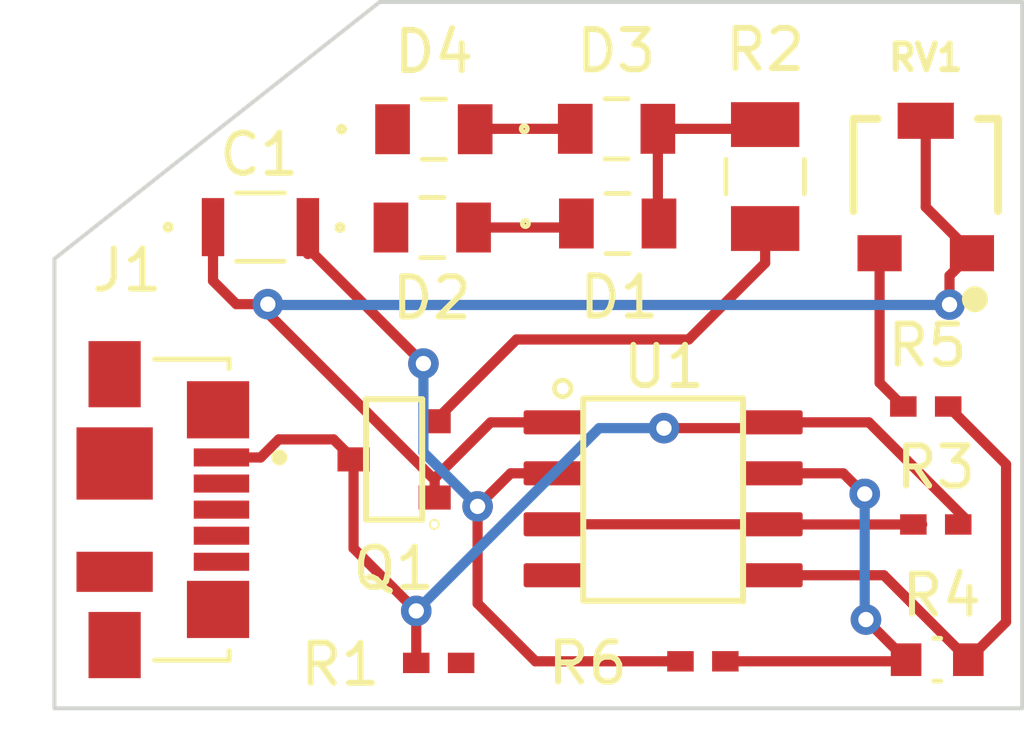
<source format=kicad_pcb>
(kicad_pcb (version 20211014) (generator pcbnew)
  (title_block (title "First_PCB_Design") (date "2022-12-03") (rev "A") (comment 4 "Author: Ethan Santhiyapillai"))
  (layers (0 "F.Cu" signal) (31 "B.Cu" signal) (34 "B.Paste" user) (35 "F.Paste" user) (36 "B.SilkS" user "B.Silkscreen") (37 "F.SilkS" user "F.Silkscreen") (38 "B.Mask" user) (39 "F.Mask" user) (44 "Edge.Cuts" user))
  (net 0 "")
  (net 1 "OutA")
  (net 2 "-INA")
  (net 3 "Net-(D1-Pad1)")
  (net 4 "Net-(D1-Pad2)")
  (net 5 "GND")
  (net 6 "Net-(D3-Pad1)")
  (net 7 "VCC")
  (net 11 "Net-(Q1-Pad2)")
  (net 12 "Net-(R3-Pad2)")
  (net 13 "Net-(R4-Pad1)")
  (net 14 "Net-(R4-Pad2)")
  (net 15 "Net-(R5-Pad2)")
  (footprint "First_PCB_Design_Footprints:RC0603FR-07100KL" (layer "F.Cu") (at 140.7853 143.29)
    (fp_text reference "R4" (at 0.11 -1.6) (layer "F.SilkS"))
    (fp_text value "100k" hide)
    (fp_line (start -0.08615 0.5334) (end 0.08615 0.5334) (layer "F.SilkS") (width 0.12))
    (fp_line (start 0.08615 -0.5334) (end -0.08615 -0.5334) (layer "F.SilkS") (width 0.12))
    (pad "1" smd rect (at -0.7747 0) (size 0.762 0.8128) (layers "F.Cu" "F.Paste" "F.Mask") (net 13 "Net-(R4-Pad1)"))
    (pad "2" smd rect (at 0.7747 0) (size 0.762 0.8128) (layers "F.Cu" "F.Paste" "F.Mask") (net 14 "Net-(R4-Pad2)"))
  )
  (footprint "First_PCB_Design_Footprints:MOLEX_47346-0001" (layer "F.Cu") (at 120.3 139.55 -90)
    (fp_text reference "J1" (at -5.9625 -0.31) (layer "F.SilkS"))
    (fp_text value "USB_B_Micro" hide)
    (fp_line (start -3.75 -2.85) (end -3.52 -2.85) (layer "F.SilkS") (width 0.127))
    (fp_line (start 3.75 -2.85) (end 3.52 -2.85) (layer "F.SilkS") (width 0.127))
    (fp_line (start -3.75 -2.85) (end -3.75 -1) (layer "F.SilkS") (width 0.127))
    (fp_line (start 3.75 -2.85) (end 3.75 -1) (layer "F.SilkS") (width 0.127))
    (fp_circle (center -1.3 -4.1) (end -1.2 -4.1) (layer "F.SilkS") (width 0.2) (fill none))
    (pad "1" smd rect (at -1.3 -2.66 270) (size 0.45 1.38) (layers "F.Cu" "F.Paste" "F.Mask") (net 7 "VCC"))
    (pad "2" smd rect (at -0.65 -2.66 270) (size 0.45 1.38) (layers "F.Cu" "F.Paste" "F.Mask"))
    (pad "3" smd rect (at 0 -2.66 270) (size 0.45 1.38) (layers "F.Cu" "F.Paste" "F.Mask"))
    (pad "4" smd rect (at 0.65 -2.66 270) (size 0.45 1.38) (layers "F.Cu" "F.Paste" "F.Mask"))
    (pad "5" smd rect (at 1.3 -2.66 270) (size 0.45 1.38) (layers "F.Cu" "F.Paste" "F.Mask") (net 5 "GND"))
    (pad "S1" smd rect (at -2.4875 -2.575 270) (size 1.425 1.55) (layers "F.Cu" "F.Paste" "F.Mask"))
    (pad "S2" smd rect (at 2.4875 -2.575 270) (size 1.425 1.55) (layers "F.Cu" "F.Paste" "F.Mask"))
    (pad "S3" smd rect (at -3.375 0 270) (size 1.65 1.3) (layers "F.Cu" "F.Paste" "F.Mask"))
    (pad "S4" smd rect (at -1.15 0 270) (size 1.8 1.9) (layers "F.Cu" "F.Paste" "F.Mask"))
    (pad "S5" smd rect (at 1.55 0 270) (size 1 1.9) (layers "F.Cu" "F.Paste" "F.Mask"))
    (pad "S6" smd rect (at 3.375 0 270) (size 1.65 1.3) (layers "F.Cu" "F.Paste" "F.Mask"))
  )
  (footprint "First_PCB_Design_Footprints:RNCP1206FTD100R" (layer "F.Cu") (at 136.5 131.25 90)
    (fp_text reference "R2" (at 3.16 0) (layer "F.SilkS"))
    (fp_text value "100" hide)
    (fp_line (start 0.42905 -0.9779) (end -0.42905 -0.9779) (layer "F.SilkS") (width 0.12))
    (fp_line (start -0.42905 0.9779) (end 0.42905 0.9779) (layer "F.SilkS") (width 0.12))
    (pad "1" smd rect (at -1.2954 0 90) (size 1.1176 1.7018) (layers "F.Cu" "F.Paste" "F.Mask") (net 11 "Net-(Q1-Pad2)"))
    (pad "2" smd rect (at 1.2954 0 90) (size 1.1176 1.7018) (layers "F.Cu" "F.Paste" "F.Mask") (net 4 "Net-(D1-Pad2)"))
  )
  (footprint "First_PCB_Design_Footprints:SS8050-G" (layer "F.Cu") (at 127.26 138.298432 90)
    (fp_text reference "Q1" (at -2.72 -0.011569 unlocked) (layer "F.SilkS"))
    (fp_text value "SS8050-G" hide)
    (fp_line (start 1.5 -0.7) (end -1.5 -0.7) (layer "F.SilkS") (width 0.15))
    (fp_line (start -1.5 0.7) (end -1.5 -0.7) (layer "F.SilkS") (width 0.15))
    (fp_line (start 1.5 0.7) (end 1.5 -0.7) (layer "F.SilkS") (width 0.15))
    (fp_line (start 1.5 0.7) (end -1.5 0.7) (layer "F.SilkS") (width 0.15))
    (fp_circle (center -1.62 1) (end -1.506863 1) (layer "F.SilkS") (width 0.05) (fill none))
    (pad "1" smd rect (at -0.95 1.01 90) (size 0.6 0.8) (layers *.Mask "F.Cu") (net 1 "OutA"))
    (pad "2" smd rect (at 0.95 1.01 90) (size 0.6 0.8) (layers *.Mask "F.Cu") (net 11 "Net-(Q1-Pad2)"))
    (pad "3" smd rect (at 0 -1.01 90) (size 0.6 0.8) (layers *.Mask "F.Cu") (net 7 "VCC"))
  )
  (footprint "First_PCB_Design_Footprints:VAOL-S8SB4" (layer "F.Cu") (at 128.25 130.07)
    (fp_text reference "D4" (at 0 -1.93) (layer "F.SilkS"))
    (fp_text value "BLUE" hide)
    (fp_line (start 0.28935 -0.7493) (end -0.28935 -0.7493) (layer "F.SilkS") (width 0.12))
    (fp_line (start -0.28935 0.7493) (end 0.28935 0.7493) (layer "F.SilkS") (width 0.12))
    (fp_circle (center -2.2987 0) (end -2.2225 0) (layer "F.SilkS") (width 0.12) (fill none))
    (pad "1" smd rect (at -1.0287 0) (size 0.8636 1.2446) (layers "F.Cu" "F.Paste" "F.Mask") (net 5 "GND"))
    (pad "2" smd rect (at 1.0287 0) (size 0.8636 1.2446) (layers "F.Cu" "F.Paste" "F.Mask") (net 6 "Net-(D3-Pad1)"))
  )
  (footprint "First_PCB_Design_Footprints:RC0402JR-0727KL" (layer "F.Cu") (at 140.75 139.92 180)
    (fp_text reference "R3" (at 0 1.425) (layer "F.SilkS"))
    (fp_text value "27k" hide)
    (pad "1" smd rect (at -0.5588 0 180) (size 0.6604 0.508) (layers "F.Cu" "F.Paste" "F.Mask") (net 7 "VCC"))
    (pad "2" smd rect (at 0.5588 0 180) (size 0.6604 0.508) (layers "F.Cu" "F.Paste" "F.Mask") (net 12 "Net-(R3-Pad2)"))
  )
  (footprint "First_PCB_Design_Footprints:RC0402JR-0730KL" (layer "F.Cu") (at 140.5 136.98 180)
    (fp_text reference "R5" (at -0.04 1.52) (layer "F.SilkS"))
    (fp_text value "30k" hide)
    (pad "1" smd rect (at -0.5588 0 180) (size 0.6604 0.508) (layers "F.Cu" "F.Paste" "F.Mask") (net 14 "Net-(R4-Pad2)"))
    (pad "2" smd rect (at 0.5588 0 180) (size 0.6604 0.508) (layers "F.Cu" "F.Paste" "F.Mask") (net 15 "Net-(R5-Pad2)"))
  )
  (footprint "First_PCB_Design_Footprints:VAOL-S8SB4" (layer "F.Cu") (at 128.21 132.52)
    (fp_text reference "D2" (at -0.01 1.76) (layer "F.SilkS"))
    (fp_text value "BLUE" hide)
    (fp_line (start -0.28935 0.7493) (end 0.28935 0.7493) (layer "F.SilkS") (width 0.12))
    (fp_line (start 0.28935 -0.7493) (end -0.28935 -0.7493) (layer "F.SilkS") (width 0.12))
    (fp_circle (center -2.2987 0) (end -2.2225 0) (layer "F.SilkS") (width 0.12) (fill none))
    (pad "1" smd rect (at -1.0287 0) (size 0.8636 1.2446) (layers "F.Cu" "F.Paste" "F.Mask") (net 5 "GND"))
    (pad "2" smd rect (at 1.0287 0) (size 0.8636 1.2446) (layers "F.Cu" "F.Paste" "F.Mask") (net 3 "Net-(D1-Pad1)"))
  )
  (footprint "First_PCB_Design_Footprints:TRIM_PVG3A200C01R00" (layer "F.Cu") (at 140.5 131.51)
    (fp_text reference "RV1" (at 0 -3.225) (layer "F.SilkS") (effects (font (size 0.640069 0.640069))))
    (fp_text value "20k" hide)
    (fp_line (start 1.3 -1.7) (end 1.8 -1.7) (layer "F.SilkS") (width 0.2))
    (fp_line (start -1.8 -1.7) (end -1.2 -1.7) (layer "F.SilkS") (width 0.2))
    (fp_line (start 1.8 -1.7) (end 1.8 0.6) (layer "F.SilkS") (width 0.2))
    (fp_line (start -1.8 0.6) (end -1.8 -1.7) (layer "F.SilkS") (width 0.2))
    (fp_circle (center 1.225 2.79702) (end 1.448606 2.79702) (layer "F.SilkS") (width 0.2) (fill none))
    (fp_poly (pts (xy 1.02861 2.59702) (xy 1.425 2.59702) (xy 1.425 3) (xy 1.02861 3)) (layer "F.SilkS") (width 0.01) (fill solid))
    (pad "1" smd rect (at 1.15 1.65) (size 1.1 0.9) (layers "F.Cu" "F.Paste" "F.Mask") (net 1 "OutA"))
    (pad "2" smd rect (at 0 -1.65) (size 1.4 0.9) (layers "F.Cu" "F.Paste" "F.Mask") (net 1 "OutA"))
    (pad "3" smd rect (at -1.15 1.65) (size 1.1 0.9) (layers "F.Cu" "F.Paste" "F.Mask") (net 15 "Net-(R5-Pad2)"))
  )
  (footprint "First_PCB_Design_Footprints:C2012JB1A226M125AB" (layer "F.Cu") (at 123.9311 132.51)
    (fp_text reference "C1" (at -0.0311 -1.81) (layer "F.SilkS"))
    (fp_text value "22uF" hide)
    (fp_line (start -0.59415 0.8509) (end 0.59415 0.8509) (layer "F.SilkS") (width 0.12))
    (fp_line (start 0.59415 -0.8509) (end -0.59415 -0.8509) (layer "F.SilkS") (width 0.12))
    (fp_circle (center -2.2987 0) (end -2.2225 0) (layer "F.SilkS") (width 0.12) (fill none))
    (pad "1" smd rect (at -1.1811 0) (size 0.5588 1.4478) (layers "F.Cu" "F.Paste" "F.Mask") (net 1 "OutA"))
    (pad "2" smd rect (at 1.1811 0) (size 0.5588 1.4478) (layers "F.Cu" "F.Paste" "F.Mask") (net 2 "-INA"))
  )
  (footprint "First_PCB_Design_Footprints:VAOL-S8SB4" (layer "F.Cu") (at 132.8 130.06)
    (fp_text reference "D3" (at -0.01 -1.94) (layer "F.SilkS"))
    (fp_text value "BLUE" hide)
    (fp_line (start -0.28935 0.7493) (end 0.28935 0.7493) (layer "F.SilkS") (width 0.12))
    (fp_line (start 0.28935 -0.7493) (end -0.28935 -0.7493) (layer "F.SilkS") (width 0.12))
    (fp_circle (center -2.2987 0) (end -2.2225 0) (layer "F.SilkS") (width 0.12) (fill none))
    (pad "1" smd rect (at -1.0287 0) (size 0.8636 1.2446) (layers "F.Cu" "F.Paste" "F.Mask") (net 6 "Net-(D3-Pad1)"))
    (pad "2" smd rect (at 1.0287 0) (size 0.8636 1.2446) (layers "F.Cu" "F.Paste" "F.Mask") (net 4 "Net-(D1-Pad2)"))
  )
  (footprint "First_PCB_Design_Footprints:RC0402JR-0727KL" (layer "F.Cu") (at 128.37 143.37)
    (fp_text reference "R1" (at -2.45 0.04) (layer "F.SilkS"))
    (fp_text value "27k" hide)
    (pad "1" smd rect (at -0.5588 0) (size 0.6604 0.508) (layers "F.Cu" "F.Paste" "F.Mask") (net 7 "VCC"))
    (pad "2" smd rect (at 0.5588 0) (size 0.6604 0.508) (layers "F.Cu" "F.Paste" "F.Mask") (net 5 "GND"))
  )
  (footprint "First_PCB_Design_Footprints:LM358BAIDR-SOIC" (layer "F.Cu") (at 133.96 139.280578)
    (fp_text reference "U1" (at 0.02 -3.29 unlocked) (layer "F.SilkS"))
    (fp_text value "LM358BAIDR" hide)
    (fp_line (start -1.99 -2.48) (end -1.99 2.52) (layer "F.SilkS") (width 0.15))
    (fp_line (start -1.99 2.54) (end 1.99 2.54) (layer "F.SilkS") (width 0.15))
    (fp_line (start -1.99 -2.5) (end 1.99 -2.5) (layer "F.SilkS") (width 0.15))
    (fp_line (start 1.99 -2.5) (end 1.99 2.56) (layer "F.SilkS") (width 0.15))
    (fp_circle (center -2.5 -2.75) (end -2.3 -2.7) (layer "F.SilkS") (width 0.12) (fill none))
    (pad "1" smd roundrect (at -2.7 -1.905) (size 1.55 0.6) (layers *.Mask "F.Cu") (roundrect_rratio 0.1) (net 1 "OutA"))
    (pad "2" smd roundrect (at -2.7 -0.635) (size 1.55 0.6) (layers *.Mask "F.Cu") (roundrect_rratio 0.1) (net 2 "-INA"))
    (pad "3" smd roundrect (at -2.7 0.635) (size 1.55 0.6) (layers *.Mask "F.Cu") (roundrect_rratio 0.1) (net 12 "Net-(R3-Pad2)"))
    (pad "4" smd roundrect (at -2.7 1.905) (size 1.55 0.6) (layers *.Mask "F.Cu") (roundrect_rratio 0.1) (net 5 "GND"))
    (pad "5" smd roundrect (at 2.7 1.905) (size 1.55 0.6) (layers *.Mask "F.Cu") (roundrect_rratio 0.1) (net 14 "Net-(R4-Pad2)"))
    (pad "6" smd roundrect (at 2.7 0.635) (size 1.55 0.6) (layers *.Mask "F.Cu") (roundrect_rratio 0.1) (net 12 "Net-(R3-Pad2)"))
    (pad "7" smd roundrect (at 2.7 -0.635) (size 1.55 0.6) (layers *.Mask "F.Cu") (roundrect_rratio 0.1) (net 13 "Net-(R4-Pad1)"))
    (pad "8" smd roundrect (at 2.7 -1.905) (size 1.55 0.6) (layers *.Mask "F.Cu") (roundrect_rratio 0.1) (net 7 "VCC"))
  )
  (footprint "First_PCB_Design_Footprints:VAOL-S8SB4" (layer "F.Cu") (at 132.8277 132.42)
    (fp_text reference "D1" (at 0.0387 1.84) (layer "F.SilkS"))
    (fp_text value "BLUE" hide)
    (fp_line (start -0.28935 0.7493) (end 0.28935 0.7493) (layer "F.SilkS") (width 0.12))
    (fp_line (start 0.28935 -0.7493) (end -0.28935 -0.7493) (layer "F.SilkS") (width 0.12))
    (fp_circle (center -2.2987 0) (end -2.2225 0) (layer "F.SilkS") (width 0.12) (fill none))
    (pad "1" smd rect (at -1.0287 0) (size 0.8636 1.2446) (layers "F.Cu" "F.Paste" "F.Mask") (net 3 "Net-(D1-Pad1)"))
    (pad "2" smd rect (at 1.0287 0) (size 0.8636 1.2446) (layers "F.Cu" "F.Paste" "F.Mask") (net 4 "Net-(D1-Pad2)"))
  )
  (footprint "First_PCB_Design_Footprints:RC0402JR-0727KL" (layer "F.Cu") (at 134.95 143.33 180)
    (fp_text reference "R6" (at 2.87 -0.05) (layer "F.SilkS"))
    (fp_text value "27k" hide)
    (pad "1" smd rect (at -0.5588 0 180) (size 0.6604 0.508) (layers "F.Cu" "F.Paste" "F.Mask") (net 13 "Net-(R4-Pad1)"))
    (pad "2" smd rect (at 0.5588 0 180) (size 0.6604 0.508) (layers "F.Cu" "F.Paste" "F.Mask") (net 2 "-INA"))
  )
  (gr_line (start 142.9 126.9) (end 142.9 144.5) (layer "Edge.Cuts") (width 0.1))
  (gr_line (start 118.8 133.3) (end 126.9 126.9) (layer "Edge.Cuts") (width 0.1))
  (gr_line (start 142.9 144.5) (end 118.8 144.5) (layer "Edge.Cuts") (width 0.1))
  (gr_line (start 126.9 126.9) (end 142.9 126.9) (layer "Edge.Cuts") (width 0.1))
  (gr_line (start 118.8 144.5) (end 118.8 133.3) (layer "Edge.Cuts") (width 0.1))
  (segment (start 122.75 132.51) (end 122.75 133.8489) (width 0.254) (layer "F.Cu") (net 1))
  (segment (start 128.27 138.810432) (end 128.27 139.248432) (width 0.254) (layer "F.Cu") (net 1))
  (segment (start 128.26 138.78) (end 129.664422 137.375578) (width 0.254) (layer "F.Cu") (net 1))
  (segment (start 124.01 134.55) (end 124.01 134.5) (width 0.254) (layer "F.Cu") (net 1))
  (segment (start 129.664422 137.375578) (end 131.26 137.375578) (width 0.254) (layer "F.Cu") (net 1))
  (segment (start 140.5 132.01) (end 141.65 133.16) (width 0.254) (layer "F.Cu") (net 1))
  (segment (start 123.3311 134.43) (end 124.06665 134.43) (width 0.254) (layer "F.Cu") (net 1))
  (segment (start 122.75 133.8489) (end 123.3311 134.43) (width 0.254) (layer "F.Cu") (net 1))
  (segment (start 122.75 132.51) (end 122.75 132.7089) (width 0.254) (layer "F.Cu") (net 1))
  (segment (start 141.0915 133.7185) (end 141.65 133.16) (width 0.254) (layer "F.Cu") (net 1))
  (segment (start 141.0915 134.44) (end 141.0915 133.7185) (width 0.254) (layer "F.Cu") (net 1))
  (segment (start 123.83555 134.43) (end 124.06665 134.43) (width 0.254) (layer "F.Cu") (net 1))
  (segment (start 140.5 129.86) (end 140.5 132.01) (width 0.254) (layer "F.Cu") (net 1))
  (segment (start 124.11555 134.43) (end 124.11555 134.655982) (width 0.254) (layer "F.Cu") (net 1))
  (segment (start 141.0915 134.44) (end 141.35 134.44) (width 0.254) (layer "F.Cu") (net 1))
  (segment (start 124.11555 134.655982) (end 128.27 138.810432) (width 0.254) (layer "F.Cu") (net 1))
  (via (at 124.11555 134.43) (size 0.762) (drill 0.381) (layers "F.Cu" "B.Cu") (net 1))
  (via (at 141.0915 134.44) (size 0.762) (drill 0.381) (layers "F.Cu" "B.Cu") (net 1))
  (segment (start 141.0915 134.44) (end 141.0815 134.45) (width 0.254) (layer "B.Cu") (net 1))
  (segment (start 141.0815 134.45) (end 124.13555 134.45) (width 0.254) (layer "B.Cu") (net 1))
  (segment (start 124.08665 134.45) (end 124.06665 134.43) (width 0.254) (layer "B.Cu") (net 1))
  (segment (start 129.339238 139.469238) (end 129.339238 141.889238) (width 0.254) (layer "F.Cu") (net 2))
  (segment (start 125.1122 132.51) (end 125.1122 133.0811) (width 0.254) (layer "F.Cu") (net 2))
  (segment (start 125.1611 133.0811) (end 127.99 135.91) (width 0.254) (layer "F.Cu") (net 2))
  (segment (start 129.339238 141.889238) (end 130.78 143.33) (width 0.254) (layer "F.Cu") (net 2))
  (segment (start 125.1122 132.51) (end 125.1122 133.1811) (width 0.254) (layer "F.Cu") (net 2))
  (segment (start 131.26 138.645578) (end 130.162898 138.645578) (width 0.254) (layer "F.Cu") (net 2))
  (segment (start 130.162898 138.645578) (end 129.339238 139.469238) (width 0.254) (layer "F.Cu") (net 2))
  (segment (start 130.78 143.33) (end 134.3912 143.33) (width 0.254) (layer "F.Cu") (net 2))
  (via (at 129.339238 139.469238) (size 0.762) (drill 0.381) (layers "F.Cu" "B.Cu") (net 2))
  (via (at 127.99 135.91) (size 0.762) (drill 0.381) (layers "F.Cu" "B.Cu") (net 2))
  (segment (start 127.99 138.12) (end 127.99 135.91) (width 0.254) (layer "B.Cu") (net 2))
  (segment (start 129.339238 139.469238) (end 127.99 138.12) (width 0.254) (layer "B.Cu") (net 2))
  (segment (start 129.2387 132.52) (end 131.699 132.52) (width 0.254) (layer "F.Cu") (net 3))
  (segment (start 131.699 132.52) (end 131.799 132.42) (width 0.254) (layer "F.Cu") (net 3))
  (segment (start 136.6269 130.06) (end 136.7323 129.9546) (width 0.254) (layer "F.Cu") (net 4))
  (segment (start 133.8287 130.06) (end 133.8287 132.3923) (width 0.254) (layer "F.Cu") (net 4))
  (segment (start 133.8287 130.06) (end 136.3946 130.06) (width 0.254) (layer "F.Cu") (net 4))
  (segment (start 133.8287 132.3923) (end 133.8564 132.42) (width 0.254) (layer "F.Cu") (net 4))
  (segment (start 136.3946 130.06) (end 136.5 129.9546) (width 0.254) (layer "F.Cu") (net 4))
  (segment (start 131.7713 130.06) (end 129.2887 130.06) (width 0.254) (layer "F.Cu") (net 6))
  (segment (start 129.2887 130.06) (end 129.2787 130.07) (width 0.254) (layer "F.Cu") (net 6))
  (segment (start 133.98 137.52) (end 136.515578 137.52) (width 0.254) (layer "F.Cu") (net 7))
  (segment (start 126.25 140.513) (end 126.25 138.298432) (width 0.254) (layer "F.Cu") (net 7))
  (segment (start 125.751568 137.8) (end 126.25 138.298432) (width 0.254) (layer "F.Cu") (net 7))
  (segment (start 122.96 138.25) (end 123.937 138.25) (width 0.254) (layer "F.Cu") (net 7))
  (segment (start 139.084378 137.375578) (end 141.5088 139.8) (width 0.254) (layer "F.Cu") (net 7))
  (segment (start 127.8112 142.0742) (end 126.25 140.513) (width 0.254) (layer "F.Cu") (net 7))
  (segment (start 124.387 137.8) (end 125.751568 137.8) (width 0.254) (layer "F.Cu") (net 7))
  (segment (start 127.8112 143.37) (end 127.8112 142.0742) (width 0.254) (layer "F.Cu") (net 7))
  (segment (start 136.66 137.375578) (end 139.084378 137.375578) (width 0.254) (layer "F.Cu") (net 7))
  (segment (start 123.937 138.25) (end 124.387 137.8) (width 0.254) (layer "F.Cu") (net 7))
  (segment (start 136.515578 137.52) (end 136.66 137.375578) (width 0.254) (layer "F.Cu") (net 7))
  (via (at 127.8112 142.0742) (size 0.762) (drill 0.381) (layers "F.Cu" "B.Cu") (net 7))
  (via (at 133.98 137.52) (size 0.762) (drill 0.381) (layers "F.Cu" "B.Cu") (net 7))
  (segment (start 133.98 137.52) (end 132.3654 137.52) (width 0.254) (layer "B.Cu") (net 7))
  (segment (start 132.3654 137.52) (end 127.8112 142.0742) (width 0.254) (layer "B.Cu") (net 7))
  (segment (start 134.5954 135.31) (end 130.308432 135.31) (width 0.254) (layer "F.Cu") (net 11))
  (segment (start 134.5954 135.31) (end 136.5 133.4054) (width 0.254) (layer "F.Cu") (net 11))
  (segment (start 136.5 133.4054) (end 136.5 132.5454) (width 0.254) (layer "F.Cu") (net 11))
  (segment (start 130.308432 135.31) (end 128.27 137.348432) (width 0.254) (layer "F.Cu") (net 11))
  (segment (start 136.664422 139.92) (end 140.4112 139.92) (width 0.254) (layer "F.Cu") (net 12))
  (segment (start 131.26 139.915578) (end 136.66 139.915578) (width 0.254) (layer "F.Cu") (net 12))
  (segment (start 136.66 139.915578) (end 136.664422 139.92) (width 0.254) (layer "F.Cu") (net 12))
  (segment (start 140.0106 143.29) (end 140.01 143.29) (width 0.254) (layer "F.Cu") (net 13))
  (segment (start 135.5088 143.33) (end 139.9706 143.33) (width 0.254) (layer "F.Cu") (net 13))
  (segment (start 140.01 143.29) (end 139.01 142.29) (width 0.254) (layer "F.Cu") (net 13))
  (segment (start 138.98 139.1585) (end 138.9585 139.1585) (width 0.254) (layer "F.Cu") (net 13))
  (segment (start 138.445578 138.645578) (end 136.66 138.645578) (width 0.254) (layer "F.Cu") (net 13))
  (segment (start 138.9585 139.1585) (end 138.445578 138.645578) (width 0.254) (layer "F.Cu") (net 13))
  (segment (start 139.9706 143.33) (end 140.0106 143.29) (width 0.254) (layer "F.Cu") (net 13))
  (via (at 138.98 139.1585) (size 0.762) (drill 0.381) (layers "F.Cu" "B.Cu") (net 13))
  (via (at 139.01 142.29) (size 0.762) (drill 0.381) (layers "F.Cu" "B.Cu") (net 13))
  (segment (start 138.98 142.26) (end 139.01 142.29) (width 0.254) (layer "B.Cu") (net 13))
  (segment (start 138.98 139.1585) (end 138.98 142.26) (width 0.254) (layer "B.Cu") (net 13))
  (segment (start 142.5 138.4212) (end 142.5 142.35) (width 0.254) (layer "F.Cu") (net 14))
  (segment (start 139.455578 141.185578) (end 141.56 143.29) (width 0.254) (layer "F.Cu") (net 14))
  (segment (start 141.0588 136.98) (end 142.5 138.4212) (width 0.254) (layer "F.Cu") (net 14))
  (segment (start 142.5 142.35) (end 141.56 143.29) (width 0.254) (layer "F.Cu") (net 14))
  (segment (start 136.66 141.185578) (end 139.455578 141.185578) (width 0.254) (layer "F.Cu") (net 14))
  (segment (start 139.35 136.3888) (end 139.35 133.16) (width 0.254) (layer "F.Cu") (net 15))
  (segment (start 139.9412 136.98) (end 139.35 136.3888) (width 0.254) (layer "F.Cu") (net 15))
)
</source>
